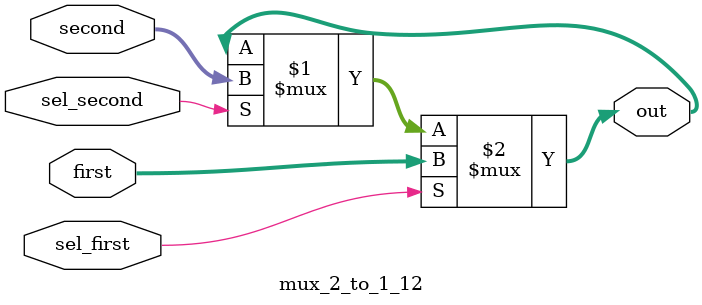
<source format=sv>
module mux_2_to_1_8(first, second, sel_first, sel_second, out);
	input[7:0] first, second;
	input sel_first, sel_second;
	output[7:0] out;
	assign out = sel_first ? first : (sel_second ? second : out); 
endmodule

module mux_3_to_1_8(first, second, third, sel_first, sel_second, sel_third, out);
	input[7:0] first, second, third;
	input sel_first, sel_second, sel_third;
	output[7:0] out;
	assign out = sel_first ? first : (sel_second ? second : (sel_third ? third : out)); 
endmodule

module mux_2_to_1_1(first, second, sel_first, sel_second, out);
	input first, second;
	input sel_first, sel_second;
	output out;
	assign out = sel_first ? first : (sel_second ? second : out); 
endmodule

module mux_2_to_1_12(first, second, sel_first, sel_second, out);
	input[11:0] first, second;
	input sel_first, sel_second;
	output[11:0] out;
	assign out = sel_first ? first : (sel_second ? second : out); 
endmodule
</source>
